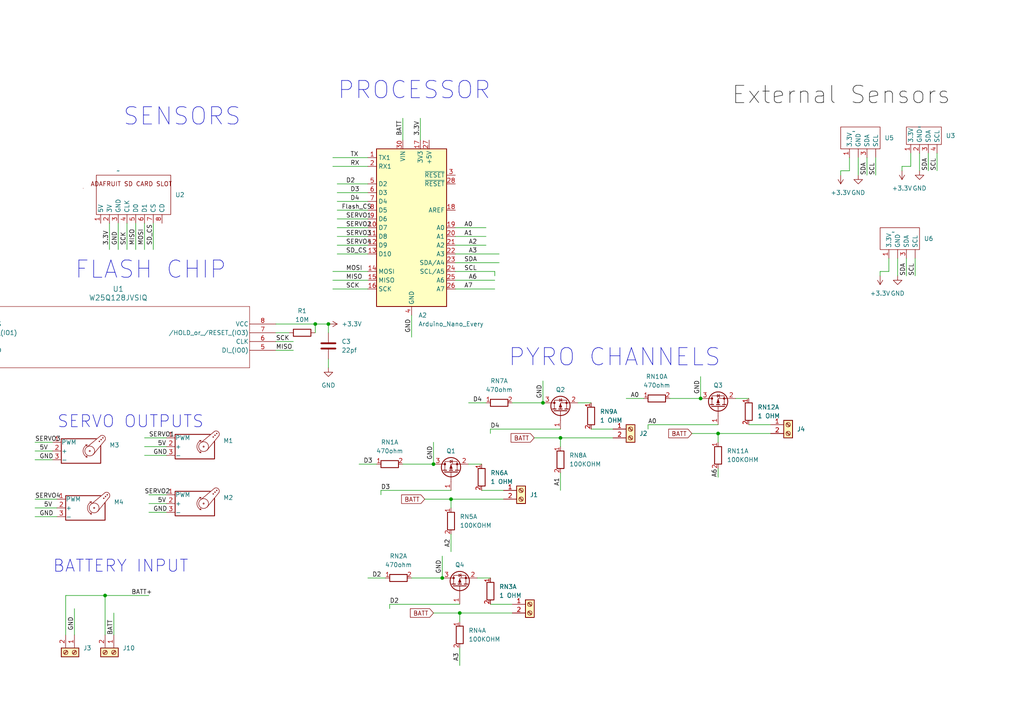
<source format=kicad_sch>
(kicad_sch (version 20230121) (generator eeschema)
  (paper "A4")
  (lib_symbols
    (symbol "Connector:Screw_Terminal_01x02" (pin_names (offset 1.016) hide)
      (property "Reference" "J" (at 0 2.54 0))
      (property "Value" "Screw_Terminal_01x02" (at 0 -5.08 0))
      (symbol "Screw_Terminal_01x02_1_1"
        (rectangle (start -1.27 1.27) (end 1.27 -3.81) (stroke (width 0.254)) (fill (type background)))
        (circle (center 0 -2.54) (radius 0.635) (stroke (width 0.1524)))
        (polyline (pts (xy -0.5334 -2.2098) (xy 0.3302 -3.048)) (stroke (width 0.1524)))
        (polyline (pts (xy -0.5334 0.3302) (xy 0.3302 -0.508)) (stroke (width 0.1524)))
        (polyline (pts (xy -0.3556 -2.032) (xy 0.508 -2.8702)) (stroke (width 0.1524)))
        (polyline (pts (xy -0.3556 0.508) (xy 0.508 -0.3302)) (stroke (width 0.1524)))
        (circle (center 0 0) (radius 0.635) (stroke (width 0.1524)))
        (pin passive line (at -5.08 0 0) (length 3.81) (name "Pin_1") (number "1"))
        (pin passive line (at -5.08 -2.54 0) (length 3.81) (name "Pin_2") (number "2"))
      )
    )
    (symbol "Device:C" (pin_numbers hide) (pin_names (offset 0.254))
      (property "Reference" "C" (at 0.635 2.54 0))
      (property "Value" "C" (at 0.635 -2.54 0))
      (symbol "C_0_1"
        (polyline (pts (xy -2.032 -0.762) (xy 2.032 -0.762)) (stroke (width 0.508)))
        (polyline (pts (xy -2.032 0.762) (xy 2.032 0.762)) (stroke (width 0.508)))
      )
      (symbol "C_1_1"
        (pin passive line (at 0 3.81 270) (length 2.794) (name "~") (number "1"))
        (pin passive line (at 0 -3.81 90) (length 2.794) (name "~") (number "2"))
      )
    )
    (symbol "Device:R" (pin_numbers hide) (pin_names (offset 0))
      (property "Reference" "R" (at 2.032 0 90))
      (property "Value" "R" (at 0 0 90))
      (symbol "R_0_1"
        (rectangle (start -1.016 -2.54) (end 1.016 2.54) (stroke (width 0.254)))
      )
      (symbol "R_1_1"
        (pin passive line (at 0 3.81 270) (length 1.27) (name "~") (number "1"))
        (pin passive line (at 0 -3.81 90) (length 1.27) (name "~") (number "2"))
      )
    )
    (symbol "Device:R_Network05_Split" (pin_names (offset 0) hide)
      (property "Reference" "RN" (at 2.032 0 90))
      (property "Value" "R_Network05_Split" (at 0 0 90))
      (symbol "R_Network05_Split_0_1"
        (rectangle (start 1.016 2.54) (end -1.016 -2.54) (stroke (width 0.254)))
        (pin passive line (at 0 3.81 270) (length 1.27) (name "R1") (number "1"))
      )
      (symbol "R_Network05_Split_1_1"
        (pin passive line (at 0 -3.81 90) (length 1.27) (name "R1.2") (number "2"))
      )
      (symbol "R_Network05_Split_2_1"
        (pin passive line (at 0 -3.81 90) (length 1.27) (name "R2.2") (number "3"))
      )
      (symbol "R_Network05_Split_3_1"
        (pin passive line (at 0 -3.81 90) (length 1.27) (name "R3.2") (number "4"))
      )
      (symbol "R_Network05_Split_4_1"
        (pin passive line (at 0 -3.81 90) (length 1.27) (name "R4.2") (number "5"))
      )
      (symbol "R_Network05_Split_5_1"
        (pin passive line (at 0 -3.81 90) (length 1.27) (name "R5.2") (number "6"))
      )
    )
    (symbol "MCU_Module:Arduino_Nano_Every"
      (property "Reference" "A" (at -10.16 23.495 0))
      (property "Value" "Arduino_Nano_Every" (at 5.08 -24.13 0))
      (symbol "Arduino_Nano_Every_0_1"
        (rectangle (start -10.16 22.86) (end 10.16 -22.86) (stroke (width 0.254)) (fill (type background)))
      )
      (symbol "Arduino_Nano_Every_1_1"
        (pin bidirectional line (at -12.7 20.32 0) (length 2.54) (name "TX1") (number "1"))
        (pin bidirectional line (at -12.7 0 0) (length 2.54) (name "D7") (number "10"))
        (pin bidirectional line (at -12.7 -2.54 0) (length 2.54) (name "D8") (number "11"))
        (pin bidirectional line (at -12.7 -5.08 0) (length 2.54) (name "D9") (number "12"))
        (pin bidirectional line (at -12.7 -7.62 0) (length 2.54) (name "D10") (number "13"))
        (pin bidirectional line (at -12.7 -12.7 0) (length 2.54) (name "MOSI") (number "14"))
        (pin bidirectional line (at -12.7 -15.24 0) (length 2.54) (name "MISO") (number "15"))
        (pin bidirectional line (at -12.7 -17.78 0) (length 2.54) (name "SCK") (number "16"))
        (pin power_out line (at 2.54 25.4 270) (length 2.54) (name "3V3") (number "17"))
        (pin input line (at 12.7 5.08 180) (length 2.54) (name "AREF") (number "18"))
        (pin bidirectional line (at 12.7 0 180) (length 2.54) (name "A0") (number "19"))
        (pin bidirectional line (at -12.7 17.78 0) (length 2.54) (name "RX1") (number "2"))
        (pin bidirectional line (at 12.7 -2.54 180) (length 2.54) (name "A1") (number "20"))
        (pin bidirectional line (at 12.7 -5.08 180) (length 2.54) (name "A2") (number "21"))
        (pin bidirectional line (at 12.7 -7.62 180) (length 2.54) (name "A3") (number "22"))
        (pin bidirectional line (at 12.7 -10.16 180) (length 2.54) (name "SDA/A4") (number "23"))
        (pin bidirectional line (at 12.7 -12.7 180) (length 2.54) (name "SCL/A5") (number "24"))
        (pin bidirectional line (at 12.7 -15.24 180) (length 2.54) (name "A6") (number "25"))
        (pin bidirectional line (at 12.7 -17.78 180) (length 2.54) (name "A7") (number "26"))
        (pin power_out line (at 5.08 25.4 270) (length 2.54) (name "+5V") (number "27"))
        (pin input line (at 12.7 12.7 180) (length 2.54) (name "~{RESET}") (number "28"))
        (pin passive line (at 0 -25.4 90) (length 2.54) hide (name "GND") (number "29"))
        (pin input line (at 12.7 15.24 180) (length 2.54) (name "~{RESET}") (number "3"))
        (pin power_in line (at -2.54 25.4 270) (length 2.54) (name "VIN") (number "30"))
        (pin power_in line (at 0 -25.4 90) (length 2.54) (name "GND") (number "4"))
        (pin bidirectional line (at -12.7 12.7 0) (length 2.54) (name "D2") (number "5"))
        (pin bidirectional line (at -12.7 10.16 0) (length 2.54) (name "D3") (number "6"))
        (pin bidirectional line (at -12.7 7.62 0) (length 2.54) (name "D4") (number "7"))
        (pin bidirectional line (at -12.7 5.08 0) (length 2.54) (name "D5") (number "8"))
        (pin bidirectional line (at -12.7 2.54 0) (length 2.54) (name "D6") (number "9"))
      )
    )
    (symbol "Motor:Motor_Servo_JR" (pin_names (offset 0.0254))
      (property "Reference" "M" (at -5.08 4.445 0))
      (property "Value" "Motor_Servo_JR" (at -5.08 -4.064 0))
      (symbol "Motor_Servo_JR_0_1"
        (polyline (pts (xy 2.413 -1.778) (xy 2.032 -1.778)))
        (polyline (pts (xy 2.413 -1.778) (xy 2.286 -1.397)))
        (polyline (pts (xy 2.413 1.778) (xy 1.905 1.778)))
        (polyline (pts (xy 2.413 1.778) (xy 2.286 1.397)))
        (polyline (pts (xy 6.35 4.445) (xy 2.54 1.27)))
        (polyline (pts (xy 7.62 3.175) (xy 4.191 -1.016)))
        (polyline (pts (xy 5.08 3.556) (xy -5.08 3.556) (xy -5.08 -3.556) (xy 6.35 -3.556) (xy 6.35 1.524)) (stroke (width 0.254)))
        (arc (start 2.413 1.778) (mid 1.2406 0) (end 2.413 -1.778))
        (circle (center 3.175 0) (radius 0.1778))
        (circle (center 3.175 0) (radius 1.4224))
        (circle (center 5.969 2.794) (radius 0.127))
        (circle (center 6.477 3.302) (radius 0.127))
        (circle (center 6.985 3.81) (radius 0.127))
        (arc (start 7.62 3.175) (mid 7.4485 4.2735) (end 6.35 4.445))
      )
      (symbol "Motor_Servo_JR_1_1"
        (pin passive line (at -7.62 2.54 0) (length 2.54) (name "PWM") (number "1"))
        (pin passive line (at -7.62 0 0) (length 2.54) (name "+") (number "2"))
        (pin passive line (at -7.62 -2.54 0) (length 2.54) (name "-") (number "3"))
      )
    )
    (symbol "Transistor_FET:NTR2101P" (pin_names hide)
      (property "Reference" "Q" (at 5.08 1.905 0))
      (property "Value" "NTR2101P" (at 5.08 0 0))
      (symbol "NTR2101P_0_1"
        (polyline (pts (xy 0.254 0) (xy -2.54 0)))
        (polyline (pts (xy 0.254 1.905) (xy 0.254 -1.905)) (stroke (width 0.254)))
        (polyline (pts (xy 0.762 -1.27) (xy 0.762 -2.286)) (stroke (width 0.254)))
        (polyline (pts (xy 0.762 0.508) (xy 0.762 -0.508)) (stroke (width 0.254)))
        (polyline (pts (xy 0.762 2.286) (xy 0.762 1.27)) (stroke (width 0.254)))
        (polyline (pts (xy 2.54 2.54) (xy 2.54 1.778)))
        (polyline (pts (xy 2.54 -2.54) (xy 2.54 0) (xy 0.762 0)))
        (polyline (pts (xy 0.762 1.778) (xy 3.302 1.778) (xy 3.302 -1.778) (xy 0.762 -1.778)))
        (polyline (pts (xy 2.286 0) (xy 1.27 0.381) (xy 1.27 -0.381) (xy 2.286 0)) (fill (type outline)))
        (polyline (pts (xy 2.794 -0.508) (xy 2.921 -0.381) (xy 3.683 -0.381) (xy 3.81 -0.254)))
        (polyline (pts (xy 3.302 -0.381) (xy 2.921 0.254) (xy 3.683 0.254) (xy 3.302 -0.381)))
        (circle (center 1.651 0) (radius 2.794) (stroke (width 0.254)))
        (circle (center 2.54 -1.778) (radius 0.254) (fill (type outline)))
        (circle (center 2.54 1.778) (radius 0.254) (fill (type outline)))
      )
      (symbol "NTR2101P_1_1"
        (pin input line (at -5.08 0 0) (length 2.54) (name "G") (number "1"))
        (pin passive line (at 2.54 -5.08 90) (length 2.54) (name "S") (number "2"))
        (pin passive line (at 2.54 5.08 270) (length 2.54) (name "D") (number "3"))
      )
    )
    (symbol "flight_comp_v4:ADXL375"
      (property "Reference" "U" (at 0 0 0))
      (symbol "ADXL375_0_1"
        (rectangle (start 7.62 -5.08) (end -3.81 1.27))
      )
      (symbol "ADXL375_1_1"
        (pin input line (at 1.27 -7.62 90) (length 2.54) (name "GND") (number ""))
        (pin input line (at 6.35 -7.62 90) (length 2.54) (name "SCL") (number ""))
        (pin input line (at -1.27 -7.62 90) (length 2.54) (name "3.3V") (number "1"))
        (pin input line (at 3.81 -7.62 90) (length 2.54) (name "SDA") (number "3"))
      )
    )
    (symbol "flight_comp_v4:MS5607"
      (property "Reference" "U" (at 0 0 0))
      (symbol "MS5607_0_1"
        (rectangle (start -3.81 0) (end 6.35 -5.08))
      )
      (symbol "MS5607_1_1"
        (pin input line (at -2.54 -7.62 90) (length 2.54) (name "3.3V") (number "1"))
        (pin input line (at 0 -7.62 90) (length 2.54) (name "GND") (number "2"))
        (pin input line (at 2.54 -7.62 90) (length 2.54) (name "SDA") (number "3"))
        (pin input line (at 5.08 -7.62 90) (length 2.54) (name "SCL") (number "4"))
      )
    )
    (symbol "flight_comp_v4:SD_card"
      (property "Reference" "U2" (at 16.51 -6.985 0))
      (property "Value" "~" (at 0 0 0))
      (symbol "SD_card_0_1"
        (rectangle (start -10.16 -5.08) (end -10.16 -5.08))
        (rectangle (start -6.35 -1.27) (end 15.24 -12.7))
      )
      (symbol "SD_card_1_1"
        (text "ADAFRUIT SD CARD SLOT" (at 3.81 -3.81 0) (effects (font (size 1.27 1.27))))
        (pin input line (at -5.08 -15.24 90) (length 2.54) (name "5V") (number "1"))
        (pin input line (at -2.54 -15.24 90) (length 2.54) (name "3V") (number "2"))
        (pin input line (at 0 -15.24 90) (length 2.54) (name "GND") (number "3"))
        (pin input line (at 2.54 -15.24 90) (length 2.54) (name "CLK") (number "4"))
        (pin input line (at 5.08 -15.24 90) (length 2.54) (name "D0") (number "5"))
        (pin input line (at 7.62 -15.24 90) (length 2.54) (name "D1") (number "6"))
        (pin input line (at 10.16 -15.24 90) (length 2.54) (name "CS") (number "7"))
        (pin input line (at 12.7 -15.24 90) (length 2.54) (name "CD") (number "8"))
      )
    )
    (symbol "flight_comp_v4:W25Q128JVSIQ" (pin_names (offset 0.254))
      (property "Reference" "U" (at 45.72 10.16 0))
      (property "Value" "W25Q128JVSIQ" (at 45.72 7.62 0))
      (symbol "W25Q128JVSIQ_0_1"
        (polyline (pts (xy 7.62 -12.7) (xy 83.82 -12.7)) (stroke (width 0.127)))
        (polyline (pts (xy 7.62 5.08) (xy 7.62 -12.7)) (stroke (width 0.127)))
        (polyline (pts (xy 83.82 -12.7) (xy 83.82 5.08)) (stroke (width 0.127)))
        (polyline (pts (xy 83.82 5.08) (xy 7.62 5.08)) (stroke (width 0.127)))
        (pin unspecified line (at 0 0 0) (length 7.62) (name "/CS") (number "1"))
        (pin unspecified line (at 0 -2.54 0) (length 7.62) (name "DO_(IO1)") (number "2"))
        (pin unspecified line (at 0 -5.08 0) (length 7.62) (name "") (number "3"))
        (pin power_out line (at 0 -7.62 0) (length 7.62) (name "GND") (number "4"))
        (pin unspecified line (at 91.44 -7.62 180) (length 7.62) (name "DI_(IO0)") (number "5"))
        (pin unspecified line (at 91.44 -5.08 180) (length 7.62) (name "CLK") (number "6"))
        (pin unspecified line (at 91.44 -2.54 180) (length 7.62) (name "/HOLD_or_/RESET_(IO3)") (number "7"))
        (pin power_in line (at 91.44 0 180) (length 7.62) (name "VCC") (number "8"))
      )
    )
    (symbol "power:+3.3V" (power) (pin_names (offset 0))
      (property "Value" "+3.3V" (at 0 3.556 0))
      (symbol "+3.3V_0_1"
        (polyline (pts (xy -0.762 1.27) (xy 0 2.54)))
        (polyline (pts (xy 0 0) (xy 0 2.54)))
        (polyline (pts (xy 0 2.54) (xy 0.762 1.27)))
      )
      (symbol "+3.3V_1_1"
        (pin power_in line (at 0 0 90) (length 0) hide (name "+3.3V") (number "1"))
      )
    )
    (symbol "power:GND" (power) (pin_names (offset 0))
      (property "Value" "GND" (at 0 -3.81 0))
      (symbol "GND_0_1"
        (polyline (pts (xy 0 0) (xy 0 -1.27) (xy 1.27 -1.27) (xy 0 -2.54) (xy -1.27 -1.27) (xy 0 -1.27)))
      )
      (symbol "GND_1_1"
        (pin power_in line (at 0 0 270) (length 0) hide (name "GND") (number "1"))
      )
    )
  )
  (junction (at 128.27 167.64))
  (junction (at 95.25 93.98))
  (junction (at 91.44 93.98))
  (junction (at 203.2 115.57))
  (junction (at 30.48 172.72))
  (junction (at 133.35 177.8))
  (junction (at 208.28 125.73))
  (junction (at 125.73 134.62))
  (junction (at 130.81 144.78))
  (junction (at 162.56 127))
  (junction (at 157.48 116.84))
  (wire (pts (xy 110.49 142.24) (xy 110.49 143.51)))
  (wire (pts (xy 97.79 60.96) (xy 106.68 60.96)))
  (wire (pts (xy -16.51 93.98) (xy -11.43 93.98)))
  (wire (pts (xy 243.84 49.53) (xy 246.38 49.53)))
  (wire (pts (xy 104.14 134.62) (xy 109.22 134.62)))
  (wire (pts (xy 133.35 177.8) (xy 133.35 180.34)))
  (wire (pts (xy 266.7 44.45) (xy 266.7 49.53)))
  (wire (pts (xy 19.05 172.72) (xy 19.05 184.15)))
  (wire (pts (xy 96.52 81.28) (xy 106.68 81.28)))
  (wire (pts (xy 257.81 78.74) (xy 257.81 74.93)))
  (wire (pts (xy 251.46 45.72) (xy 251.46 50.8)))
  (wire (pts (xy 143.51 78.74) (xy 143.51 80.01)))
  (wire (pts (xy 97.79 63.5) (xy 106.68 63.5)))
  (wire (pts (xy 264.16 48.26) (xy 264.16 44.45)))
  (wire (pts (xy 135.89 116.84) (xy 140.97 116.84)))
  (wire (pts (xy -11.43 101.6) (xy -16.51 101.6)))
  (wire (pts (xy 162.56 124.46) (xy 142.24 124.46)))
  (wire (pts (xy 208.28 135.89) (xy 208.28 138.43)))
  (wire (pts (xy 130.81 144.78) (xy 130.81 147.32)))
  (wire (pts (xy 106.68 167.64) (xy 111.76 167.64)))
  (wire (pts (xy 132.08 83.82) (xy 143.51 83.82)))
  (wire (pts (xy 138.43 167.64) (xy 142.24 167.64)))
  (wire (pts (xy 248.92 45.72) (xy 248.92 50.8)))
  (wire (pts (xy 10.16 149.86) (xy 16.51 149.86)))
  (wire (pts (xy 97.79 55.88) (xy 106.68 55.88)))
  (wire (pts (xy 246.38 49.53) (xy 246.38 45.72)))
  (wire (pts (xy 96.52 45.72) (xy 106.68 45.72)))
  (wire (pts (xy 96.52 78.74) (xy 106.68 78.74)))
  (wire (pts (xy 80.01 93.98) (xy 91.44 93.98)))
  (wire (pts (xy 213.36 115.57) (xy 217.17 115.57)))
  (wire (pts (xy 148.59 116.84) (xy 157.48 116.84)))
  (wire (pts (xy 260.35 74.93) (xy 260.35 80.01)))
  (wire (pts (xy 95.25 104.14) (xy 95.25 106.68)))
  (wire (pts (xy 91.44 93.98) (xy 91.44 96.52)))
  (wire (pts (xy 96.52 48.26) (xy 106.68 48.26)))
  (wire (pts (xy 132.08 68.58) (xy 140.97 68.58)))
  (wire (pts (xy 132.08 73.66) (xy 144.78 73.66)))
  (wire (pts (xy 113.03 175.26) (xy 113.03 176.53)))
  (wire (pts (xy 10.16 147.32) (xy 16.51 147.32)))
  (wire (pts (xy 30.48 172.72) (xy 30.48 184.15)))
  (wire (pts (xy 133.35 177.8) (xy 148.59 177.8)))
  (wire (pts (xy 128.27 161.29) (xy 128.27 167.64)))
  (wire (pts (xy 41.91 127) (xy 48.26 127)))
  (wire (pts (xy 208.28 123.19) (xy 187.96 123.19)))
  (wire (pts (xy 265.43 74.93) (xy 265.43 80.01)))
  (wire (pts (xy 80.01 101.6) (xy 85.09 101.6)))
  (wire (pts (xy -16.51 96.52) (xy -11.43 96.52)))
  (wire (pts (xy 41.91 129.54) (xy 48.26 129.54)))
  (wire (pts (xy 41.91 132.08) (xy 48.26 132.08)))
  (wire (pts (xy 254 45.72) (xy 254 50.8)))
  (wire (pts (xy 121.92 34.29) (xy 121.92 40.64)))
  (wire (pts (xy 255.27 78.74) (xy 255.27 80.01)))
  (wire (pts (xy 10.16 130.81) (xy 15.24 130.81)))
  (wire (pts (xy 97.79 53.34) (xy 106.68 53.34)))
  (wire (pts (xy 132.08 81.28) (xy 143.51 81.28)))
  (wire (pts (xy 95.25 93.98) (xy 95.25 96.52)))
  (wire (pts (xy 125.73 128.27) (xy 125.73 134.62)))
  (wire (pts (xy 97.79 68.58) (xy 106.68 68.58)))
  (wire (pts (xy 21.59 176.53) (xy 21.59 184.15)))
  (wire (pts (xy 243.84 49.53) (xy 243.84 50.8)))
  (wire (pts (xy 162.56 127) (xy 177.8 127)))
  (wire (pts (xy 262.89 74.93) (xy 262.89 80.01)))
  (wire (pts (xy 139.7 142.24) (xy 146.05 142.24)))
  (wire (pts (xy 261.62 48.26) (xy 261.62 49.53)))
  (wire (pts (xy 19.05 172.72) (xy 30.48 172.72)))
  (wire (pts (xy 36.83 64.77) (xy 36.83 72.39)))
  (wire (pts (xy 187.96 123.19) (xy 187.96 124.46)))
  (wire (pts (xy 119.38 91.44) (xy 119.38 97.79)))
  (wire (pts (xy 255.27 78.74) (xy 257.81 78.74)))
  (wire (pts (xy 130.81 144.78) (xy 146.05 144.78)))
  (wire (pts (xy 123.19 144.78) (xy 130.81 144.78)))
  (wire (pts (xy 10.16 128.27) (xy 15.24 128.27)))
  (wire (pts (xy 154.94 127) (xy 162.56 127)))
  (wire (pts (xy 116.84 34.29) (xy 116.84 40.64)))
  (wire (pts (xy 200.66 125.73) (xy 208.28 125.73)))
  (wire (pts (xy 97.79 73.66) (xy 106.68 73.66)))
  (wire (pts (xy 39.37 64.77) (xy 39.37 72.39)))
  (wire (pts (xy 261.62 48.26) (xy 264.16 48.26)))
  (wire (pts (xy 97.79 58.42) (xy 106.68 58.42)))
  (wire (pts (xy 91.44 93.98) (xy 95.25 93.98)))
  (wire (pts (xy 33.02 177.8) (xy 33.02 184.15)))
  (wire (pts (xy 194.31 115.57) (xy 203.2 115.57)))
  (wire (pts (xy 171.45 124.46) (xy 177.8 124.46)))
  (wire (pts (xy 132.08 76.2) (xy 144.78 76.2)))
  (wire (pts (xy 43.18 143.51) (xy 48.26 143.51)))
  (wire (pts (xy 43.18 146.05) (xy 48.26 146.05)))
  (wire (pts (xy 133.35 187.96) (xy 133.35 193.04)))
  (wire (pts (xy 208.28 125.73) (xy 208.28 128.27)))
  (wire (pts (xy 130.81 154.94) (xy 130.81 160.02)))
  (wire (pts (xy 116.84 134.62) (xy 125.73 134.62)))
  (wire (pts (xy 162.56 127) (xy 162.56 129.54)))
  (wire (pts (xy 217.17 123.19) (xy 223.52 123.19)))
  (wire (pts (xy 44.45 64.77) (xy 44.45 72.39)))
  (wire (pts (xy 132.08 71.12) (xy 140.97 71.12)))
  (wire (pts (xy 41.91 64.77) (xy 41.91 72.39)))
  (wire (pts (xy 80.01 96.52) (xy 83.82 96.52)))
  (wire (pts (xy 30.48 172.72) (xy 43.18 172.72)))
  (wire (pts (xy 162.56 137.16) (xy 162.56 142.24)))
  (wire (pts (xy 133.35 175.26) (xy 113.03 175.26)))
  (wire (pts (xy 130.81 142.24) (xy 110.49 142.24)))
  (wire (pts (xy 34.29 64.77) (xy 34.29 72.39)))
  (wire (pts (xy 31.75 64.77) (xy 31.75 72.39)))
  (wire (pts (xy 142.24 124.46) (xy 142.24 125.73)))
  (wire (pts (xy 181.61 115.57) (xy 186.69 115.57)))
  (wire (pts (xy 97.79 71.12) (xy 106.68 71.12)))
  (wire (pts (xy 96.52 83.82) (xy 106.68 83.82)))
  (wire (pts (xy 135.89 134.62) (xy 139.7 134.62)))
  (wire (pts (xy 208.28 125.73) (xy 223.52 125.73)))
  (wire (pts (xy 167.64 116.84) (xy 171.45 116.84)))
  (wire (pts (xy 10.16 144.78) (xy 16.51 144.78)))
  (wire (pts (xy 203.2 109.22) (xy 203.2 115.57)))
  (wire (pts (xy 142.24 175.26) (xy 148.59 175.26)))
  (wire (pts (xy 43.18 148.59) (xy 48.26 148.59)))
  (wire (pts (xy 132.08 78.74) (xy 143.51 78.74)))
  (wire (pts (xy 10.16 133.35) (xy 15.24 133.35)))
  (wire (pts (xy 125.73 177.8) (xy 133.35 177.8)))
  (wire (pts (xy 132.08 66.04) (xy 140.97 66.04)))
  (wire (pts (xy 119.38 167.64) (xy 128.27 167.64)))
  (wire (pts (xy 269.24 44.45) (xy 269.24 49.53)))
  (wire (pts (xy 97.79 66.04) (xy 106.68 66.04)))
  (wire (pts (xy 157.48 110.49) (xy 157.48 116.84)))
  (wire (pts (xy 80.01 99.06) (xy 85.09 99.06)))
  (wire (pts (xy 271.78 44.45) (xy 271.78 49.53)))
  (text "PYRO CHANNELS" (at 147.32 106.68 0) (effects (font (size 5 5)) (justify left bottom)))
  (text "BATTERY INPUT" (at 15.24 166.37 0) (effects (font (size 3.5 3.5)) (justify left bottom)))
  (text "PROCESSOR" (at 97.79 29.21 0) (effects (font (size 5 5)) (justify left bottom)))
  (text "SENSORS" (at 35.56 36.83 0) (effects (font (size 5 5)) (justify left bottom)))
  (text "FLASH CHIP" (at 21.59 81.28 0) (effects (font (size 5 5)) (justify left bottom)))
  (text "SERVO OUTPUTS" (at 16.51 124.46 0) (effects (font (size 3.5 3.5)) (justify left bottom)))
  (label "GND" (at 119.38 96.52 90))
  (label "GND" (at 21.59 182.88 90))
  (label "A1" (at 134.62 68.58 0))
  (label "SCL" (at 271.78 49.53 90))
  (label "SERVO2" (at 41.91 143.51 0))
  (label "TX" (at 101.6 45.72 0))
  (label "A0" (at 134.62 66.04 0))
  (label "External Sensors" (at 212.09 31.75 0) (effects (font (size 5 5))))
  (label "A2" (at 135.89 71.12 0))
  (label "SERVO1" (at 100.33 63.5 0))
  (label "MOSI" (at -15.24 96.52 0))
  (label "D4" (at 101.6 58.42 0))
  (label "MOSI" (at 100.33 78.74 0))
  (label "SD_CS" (at 44.45 71.12 90))
  (label "GND" (at 128.27 166.37 90))
  (label "A6" (at 208.28 138.43 90))
  (label "BATT+" (at 38.1 172.72 0))
  (label "A7" (at 134.62 83.82 0))
  (label "SERVO3" (at 100.33 68.58 0))
  (label "5V" (at 45.72 146.05 0))
  (label "SERVO2" (at 100.33 66.04 0))
  (label "BATT" (at 116.84 39.37 90))
  (label "D4" (at 142.24 124.46 0))
  (label "SDA" (at 269.24 49.53 90))
  (label "D4" (at 137.16 116.84 0))
  (label "GND" (at 44.45 148.59 0))
  (label "3.3V" (at 31.75 71.12 90))
  (label "A0" (at 182.88 115.57 0))
  (label "D2" (at 100.33 53.34 0))
  (label "GND" (at 203.2 114.3 90))
  (label "SCL" (at 134.62 78.74 0))
  (label "5V" (at 11.43 130.81 0))
  (label "D2" (at 113.03 175.26 0))
  (label "SD_CS" (at 100.33 73.66 0))
  (label "MOSI" (at 41.91 71.12 90))
  (label "MISO" (at 80.01 101.6 0))
  (label "GND" (at 34.29 71.12 90))
  (label "SERVO4" (at 10.16 144.78 0))
  (label "SCL" (at 265.43 80.01 90))
  (label "GND" (at 11.43 133.35 0))
  (label "D3" (at 101.6 55.88 0))
  (label "D3" (at 105.41 134.62 0))
  (label "GND" (at 125.73 133.35 90))
  (label "GND" (at 11.43 149.86 0))
  (label "3.3V" (at 121.92 39.37 90))
  (label "A3" (at 133.35 191.77 90))
  (label "SCL" (at 254 50.8 90))
  (label "SCK" (at 100.33 83.82 0))
  (label "SDA" (at 262.89 80.01 90))
  (label "D3" (at 110.49 142.24 0))
  (label "Flash_CS" (at 99.06 60.96 0))
  (label "SERVO4" (at 100.33 71.12 0))
  (label "GND" (at 157.48 115.57 90))
  (label "SDA" (at 251.46 50.8 90))
  (label "A3" (at 135.89 73.66 0))
  (label "MISO" (at 39.37 71.12 90))
  (label "A2" (at 130.81 158.75 90))
  (label "A6" (at 135.89 81.28 0))
  (label "SERVO1" (at 43.18 127 0))
  (label "SCK" (at 80.01 99.06 0))
  (label "RX" (at 101.6 48.26 0))
  (label "5V" (at 45.72 129.54 0))
  (label "D2" (at 107.95 167.64 0))
  (label "5V" (at 12.7 147.32 0))
  (label "GND" (at 44.45 132.08 0))
  (label "A0" (at 187.96 123.19 0))
  (label "MISO" (at 100.33 81.28 0))
  (label "BATT" (at 33.02 184.15 90))
  (label "A1" (at 162.56 140.97 90))
  (label "SDA" (at 134.62 76.2 0))
  (label "SERVO3" (at 10.16 128.27 0))
  (label "SCK" (at 36.83 71.12 90))
  (label "FLASH_CS" (at -16.51 93.98 0))
  (global_label "BATT" (shape input) (at 200.66 125.73 180) (property "Intersheetrefs" "${INTERSHEET_REFS}" (effects hide)))
  (global_label "BATT" (shape input) (at 154.94 127 180) (property "Intersheetrefs" "${INTERSHEET_REFS}" (effects hide)))
  (global_label "BATT" (shape input) (at 125.73 177.8 180) (property "Intersheetrefs" "${INTERSHEET_REFS}" (effects hide)))
  (global_label "BATT" (shape input) (at 123.19 144.78 180) (property "Intersheetrefs" "${INTERSHEET_REFS}" (effects hide)))
  (symbol (lib_id "Device:R_Network05_Split") (at 130.81 151.13 0) (unit 1)
    (property "Reference" "RN5" (at 133.35 149.86 0) (effects (justify left)))
    (property "Value" "100KOHM" (at 133.35 152.4 0) (effects (justify left)))
    (property "Footprint" "BrownoutV1_footprints:SMDresistor" (effects hide))
    (property "Datasheet" "http://www.vishay.com/docs/31509/csc.pdf" (effects hide))
  )
  (symbol (lib_id "Transistor_FET:NTR2101P") (at 130.81 137.16 90) (unit 1)
    (property "Reference" "Q1" (at 130.81 130.81 90))
    (property "Value" "NTR2101P" (effects hide))
    (property "Footprint" "BrownoutV1_footprints:smdnchanelmsofet" (effects hide))
    (property "Datasheet" "http://www.onsemi.com/pub/Collateral/NTR2101P-D.PDF" (effects hide))
  )
  (symbol (lib_id "Device:R_Network05_Split") (at 162.56 133.35 0) (unit 1)
    (property "Reference" "RN8" (at 165.1 132.08 0) (effects (justify left)))
    (property "Value" "100KOHM" (at 165.1 134.62 0) (effects (justify left)))
    (property "Footprint" "BrownoutV1_footprints:SMDresistor" (effects hide))
    (property "Datasheet" "http://www.vishay.com/docs/31509/csc.pdf" (effects hide))
  )
  (symbol (lib_id "power:GND") (at 266.7 49.53 0) (unit 1)
    (property "Reference" "#PWR08" (effects hide))
    (property "Value" "GND" (at 266.7 54.61 0))
  )
  (symbol (lib_id "Connector:Screw_Terminal_01x02") (at 33.02 189.23 270) (unit 1)
    (property "Reference" "J10" (at 35.56 187.96 90) (effects (justify left)))
    (property "Value" "Screw_Terminal_01x02" (effects hide))
    (property "Footprint" "BrownoutV1_footprints:PinHeader_1x02_P2.54mm_Vertical" (effects hide))
  )
  (symbol (lib_id "Device:R_Network05_Split") (at 144.78 116.84 90) (unit 1)
    (property "Reference" "RN7" (at 144.78 110.49 90))
    (property "Value" "470ohm" (at 144.78 113.03 90))
    (property "Footprint" "BrownoutV1_footprints:SMDresistor" (effects hide))
    (property "Datasheet" "http://www.vishay.com/docs/31509/csc.pdf" (effects hide))
  )
  (symbol (lib_id "Transistor_FET:NTR2101P") (at 208.28 118.11 90) (unit 1)
    (property "Reference" "Q3" (at 208.28 111.76 90))
    (property "Value" "NTR2101P" (effects hide))
    (property "Footprint" "BrownoutV1_footprints:smdnchanelmsofet" (effects hide))
    (property "Datasheet" "http://www.onsemi.com/pub/Collateral/NTR2101P-D.PDF" (effects hide))
  )
  (symbol (lib_id "flight_comp_v4:SD_card") (at 34.29 49.53 0) (unit 1)
    (property "Reference" "U2" (at 50.8 56.515 0) (effects (justify left)))
    (property "Value" "~" (at 34.29 49.53 0))
    (property "Footprint" "BrownoutV1_footprints:PinHeader_1x08_P2.54mm_Vertical" (effects hide))
  )
  (symbol (lib_id "power:+3.3V") (at 243.84 50.8 180) (unit 1)
    (property "Reference" "#PWR06" (effects hide))
    (property "Value" "+3.3V" (at 243.84 55.88 0))
  )
  (symbol (lib_id "Device:C") (at 95.25 100.33 0) (unit 1)
    (property "Reference" "C3" (at 99.06 99.06 0) (effects (justify left)))
    (property "Value" "22pf" (at 99.06 101.6 0) (effects (justify left)))
    (property "Footprint" "BrownoutV1_footprints:22pfcap" (effects hide))
  )
  (symbol (lib_id "Connector:Screw_Terminal_01x02") (at 151.13 142.24 0) (unit 1)
    (property "Reference" "J1" (at 153.67 143.51 0) (effects (justify left)))
    (property "Value" "Screw_Terminal_01x02" (effects hide))
    (property "Footprint" "BrownoutV1_footprints:PinHeader_1x02_P2.54mm_Vertical" (effects hide))
  )
  (symbol (lib_id "power:GND") (at 248.92 50.8 0) (unit 1)
    (property "Reference" "#PWR07" (effects hide))
    (property "Value" "GND" (at 248.92 55.88 0))
  )
  (symbol (lib_id "flight_comp_v4:ADXL375") (at 259.08 67.31 0) (unit 1)
    (property "Reference" "U6" (at 267.97 69.215 0) (effects (justify left)))
    (property "Value" "~" (at 259.08 67.31 0))
    (property "Footprint" "BrownoutV1_footprints:PinHeader_1x04_P2.54mm_Vertical" (effects hide))
  )
  (symbol (lib_id "Device:R_Network05_Split") (at 208.28 132.08 0) (unit 1)
    (property "Reference" "RN11" (at 210.82 130.81 0) (effects (justify left)))
    (property "Value" "100KOHM" (at 210.82 133.35 0) (effects (justify left)))
    (property "Footprint" "BrownoutV1_footprints:SMDresistor" (effects hide))
    (property "Datasheet" "http://www.vishay.com/docs/31509/csc.pdf" (effects hide))
  )
  (symbol (lib_id "Device:R_Network05_Split") (at 190.5 115.57 90) (unit 1)
    (property "Reference" "RN10" (at 190.5 109.22 90))
    (property "Value" "470ohm" (at 190.5 111.76 90))
    (property "Footprint" "BrownoutV1_footprints:SMDresistor" (effects hide))
    (property "Datasheet" "http://www.vishay.com/docs/31509/csc.pdf" (effects hide))
  )
  (symbol (lib_id "power:GND") (at -16.51 101.6 270) (unit 1)
    (property "Reference" "#PWR03" (effects hide))
    (property "Value" "GND" (at -19.05 101.6 90) (effects (justify right)))
  )
  (symbol (lib_id "power:GND") (at 95.25 106.68 0) (unit 1)
    (property "Reference" "#PWR05" (effects hide))
    (property "Value" "GND" (at 95.25 111.76 0))
  )
  (symbol (lib_id "flight_comp_v4:ADXL375") (at 247.65 38.1 0) (unit 1)
    (property "Reference" "U5" (at 256.54 40.005 0) (effects (justify left)))
    (property "Value" "~" (at 247.65 38.1 0))
    (property "Footprint" "BrownoutV1_footprints:PinHeader_1x04_P2.54mm_Vertical" (effects hide))
  )
  (symbol (lib_id "Motor:Motor_Servo_JR") (at 24.13 147.32 0) (unit 1)
    (property "Reference" "M4" (at 33.02 145.6166 0) (effects (justify left)))
    (property "Value" "Motor_Servo_JR" (effects hide))
    (property "Footprint" "BrownoutV1_footprints:servo" (effects hide))
    (property "Datasheet" "http://forums.parallax.com/uploads/attachments/46831/74481.png" (effects hide))
  )
  (symbol (lib_id "Transistor_FET:NTR2101P") (at 162.56 119.38 90) (unit 1)
    (property "Reference" "Q2" (at 162.56 113.03 90))
    (property "Value" "NTR2101P" (effects hide))
    (property "Footprint" "BrownoutV1_footprints:smdnchanelmsofet" (effects hide))
    (property "Datasheet" "http://www.onsemi.com/pub/Collateral/NTR2101P-D.PDF" (effects hide))
  )
  (symbol (lib_id "Connector:Screw_Terminal_01x02") (at 228.6 123.19 0) (unit 1)
    (property "Reference" "J4" (at 231.14 124.46 0) (effects (justify left)))
    (property "Value" "Screw_Terminal_01x02" (effects hide))
    (property "Footprint" "BrownoutV1_footprints:PinHeader_1x02_P2.54mm_Vertical" (effects hide))
  )
  (symbol (lib_id "Device:R") (at 87.63 96.52 90) (unit 1)
    (property "Reference" "R1" (at 87.63 90.17 90))
    (property "Value" "10M" (at 87.63 92.71 90))
    (property "Footprint" "BrownoutV1_footprints:SMDresistor" (effects hide))
  )
  (symbol (lib_id "Connector:Screw_Terminal_01x02") (at 182.88 124.46 0) (unit 1)
    (property "Reference" "J2" (at 185.42 125.73 0) (effects (justify left)))
    (property "Value" "Screw_Terminal_01x02" (effects hide))
    (property "Footprint" "BrownoutV1_footprints:PinHeader_1x02_P2.54mm_Vertical" (effects hide))
  )
  (symbol (lib_id "Device:R_Network05_Split") (at 171.45 120.65 0) (unit 1)
    (property "Reference" "RN9" (at 173.99 119.38 0) (effects (justify left)))
    (property "Value" "1 OHM" (at 173.99 121.92 0) (effects (justify left)))
    (property "Footprint" "BrownoutV1_footprints:SMDresistor" (effects hide))
    (property "Datasheet" "http://www.vishay.com/docs/31509/csc.pdf" (effects hide))
  )
  (symbol (lib_id "Motor:Motor_Servo_JR") (at 55.88 129.54 0) (unit 1)
    (property "Reference" "M1" (at 64.77 127.8366 0) (effects (justify left)))
    (property "Value" "Motor_Servo_JR" (effects hide))
    (property "Footprint" "BrownoutV1_footprints:servo" (effects hide))
    (property "Datasheet" "http://forums.parallax.com/uploads/attachments/46831/74481.png" (effects hide))
  )
  (symbol (lib_id "Connector:Screw_Terminal_01x02") (at 21.59 189.23 270) (unit 1)
    (property "Reference" "J3" (at 24.13 187.96 90) (effects (justify left)))
    (property "Value" "Screw_Terminal_01x02" (effects hide))
    (property "Footprint" "BrownoutV1_footprints:PinHeader_1x02_P2.54mm_Vertical" (effects hide))
  )
  (symbol (lib_id "power:+3.3V") (at 255.27 80.01 180) (unit 1)
    (property "Reference" "#PWR01" (effects hide))
    (property "Value" "+3.3V" (at 255.27 85.09 0))
  )
  (symbol (lib_id "power:+3.3V") (at 95.25 93.98 270) (unit 1)
    (property "Reference" "#PWR04" (effects hide))
    (property "Value" "+3.3V" (at 99.06 93.98 90) (effects (justify left)))
  )
  (symbol (lib_id "Motor:Motor_Servo_JR") (at 55.88 146.05 0) (unit 1)
    (property "Reference" "M2" (at 64.77 144.3466 0) (effects (justify left)))
    (property "Value" "Motor_Servo_JR" (effects hide))
    (property "Footprint" "BrownoutV1_footprints:servo" (effects hide))
    (property "Datasheet" "http://forums.parallax.com/uploads/attachments/46831/74481.png" (effects hide))
  )
  (symbol (lib_id "flight_comp_v4:W25Q128JVSIQ") (at -11.43 93.98 0) (unit 1)
    (property "Reference" "U1" (at 34.29 83.82 0) (effects (font (size 1.524 1.524))))
    (property "Value" "W25Q128JVSIQ" (at 34.29 86.36 0) (effects (font (size 1.524 1.524))))
    (property "Footprint" "BrownoutV1_footprints:flash" (effects hide))
    (property "Datasheet" "W25Q128JVSIQ" (effects hide))
  )
  (symbol (lib_id "Device:R_Network05_Split") (at 115.57 167.64 90) (unit 1)
    (property "Reference" "RN2" (at 115.57 161.29 90))
    (property "Value" "470ohm" (at 115.57 163.83 90))
    (property "Footprint" "BrownoutV1_footprints:SMDresistor" (effects hide))
    (property "Datasheet" "http://www.vishay.com/docs/31509/csc.pdf" (effects hide))
  )
  (symbol (lib_id "power:GND") (at 260.35 80.01 0) (unit 1)
    (property "Reference" "#PWR02" (effects hide))
    (property "Value" "GND" (at 260.35 85.09 0))
  )
  (symbol (lib_id "Connector:Screw_Terminal_01x02") (at 153.67 175.26 0) (unit 1)
    (property "Reference" "J5" (effects hide))
    (property "Value" "Screw_Terminal_01x02" (effects hide))
    (property "Footprint" "BrownoutV1_footprints:PinHeader_1x02_P2.54mm_Vertical" (effects hide))
  )
  (symbol (lib_id "Device:R_Network05_Split") (at 142.24 171.45 0) (unit 1)
    (property "Reference" "RN3" (at 144.78 170.18 0) (effects (justify left)))
    (property "Value" "1 OHM" (at 144.78 172.72 0) (effects (justify left)))
    (property "Footprint" "BrownoutV1_footprints:SMDresistor" (effects hide))
    (property "Datasheet" "http://www.vishay.com/docs/31509/csc.pdf" (effects hide))
  )
  (symbol (lib_id "Device:R_Network05_Split") (at 139.7 138.43 0) (unit 1)
    (property "Reference" "RN6" (at 142.24 137.16 0) (effects (justify left)))
    (property "Value" "1 OHM" (at 142.24 139.7 0) (effects (justify left)))
    (property "Footprint" "BrownoutV1_footprints:SMDresistor" (effects hide))
    (property "Datasheet" "http://www.vishay.com/docs/31509/csc.pdf" (effects hide))
  )
  (symbol (lib_id "MCU_Module:Arduino_Nano_Every") (at 119.38 66.04 0) (unit 1)
    (property "Reference" "A2" (at 121.3359 91.44 0) (effects (justify left)))
    (property "Value" "Arduino_Nano_Every" (at 121.3359 93.98 0) (effects (justify left)))
    (property "Footprint" "BrownoutV1_footprints:Arduino_nano_33_iot" (effects hide))
    (property "Datasheet" "https://content.arduino.cc/assets/NANOEveryV3.0_sch.pdf" (effects hide))
  )
  (symbol (lib_id "Device:R_Network05_Split") (at 217.17 119.38 0) (unit 1)
    (property "Reference" "RN12" (at 219.71 118.11 0) (effects (justify left)))
    (property "Value" "1 OHM" (at 219.71 120.65 0) (effects (justify left)))
    (property "Footprint" "BrownoutV1_footprints:SMDresistor" (effects hide))
    (property "Datasheet" "http://www.vishay.com/docs/31509/csc.pdf" (effects hide))
  )
  (symbol (lib_id "Transistor_FET:NTR2101P") (at 133.35 170.18 90) (unit 1)
    (property "Reference" "Q4" (at 133.35 163.83 90))
    (property "Value" "NTR2101P" (effects hide))
    (property "Footprint" "BrownoutV1_footprints:smdnchanelmsofet" (effects hide))
    (property "Datasheet" "http://www.onsemi.com/pub/Collateral/NTR2101P-D.PDF" (effects hide))
  )
  (symbol (lib_id "Device:R_Network05_Split") (at 113.03 134.62 90) (unit 1)
    (property "Reference" "RN1" (at 113.03 128.27 90))
    (property "Value" "470ohm" (at 113.03 130.81 90))
    (property "Footprint" "BrownoutV1_footprints:SMDresistor" (effects hide))
    (property "Datasheet" "http://www.vishay.com/docs/31509/csc.pdf" (effects hide))
  )
  (symbol (lib_id "power:+3.3V") (at 261.62 49.53 180) (unit 1)
    (property "Reference" "#PWR09" (effects hide))
    (property "Value" "+3.3V" (at 261.62 54.61 0))
  )
  (symbol (lib_id "flight_comp_v4:MS5607") (at 266.7 36.83 0) (unit 1)
    (property "Reference" "U3" (at 274.32 39.37 0) (effects (justify left)))
    (property "Value" "~" (at 266.7 36.83 0))
    (property "Footprint" "BrownoutV1_footprints:PinHeader_1x04_P2.54mm_Vertical" (effects hide))
  )
  (symbol (lib_id "Device:R_Network05_Split") (at 133.35 184.15 0) (unit 1)
    (property "Reference" "RN4" (at 135.89 182.88 0) (effects (justify left)))
    (property "Value" "100KOHM" (at 135.89 185.42 0) (effects (justify left)))
    (property "Footprint" "BrownoutV1_footprints:SMDresistor" (effects hide))
    (property "Datasheet" "http://www.vishay.com/docs/31509/csc.pdf" (effects hide))
  )
  (symbol (lib_id "Motor:Motor_Servo_JR") (at 22.86 130.81 0) (unit 1)
    (property "Reference" "M3" (at 31.75 129.1066 0) (effects (justify left)))
    (property "Value" "Motor_Servo_JR" (effects hide))
    (property "Footprint" "BrownoutV1_footprints:servo" (effects hide))
    (property "Datasheet" "http://forums.parallax.com/uploads/attachments/46831/74481.png" (effects hide))
  )
)
</source>
